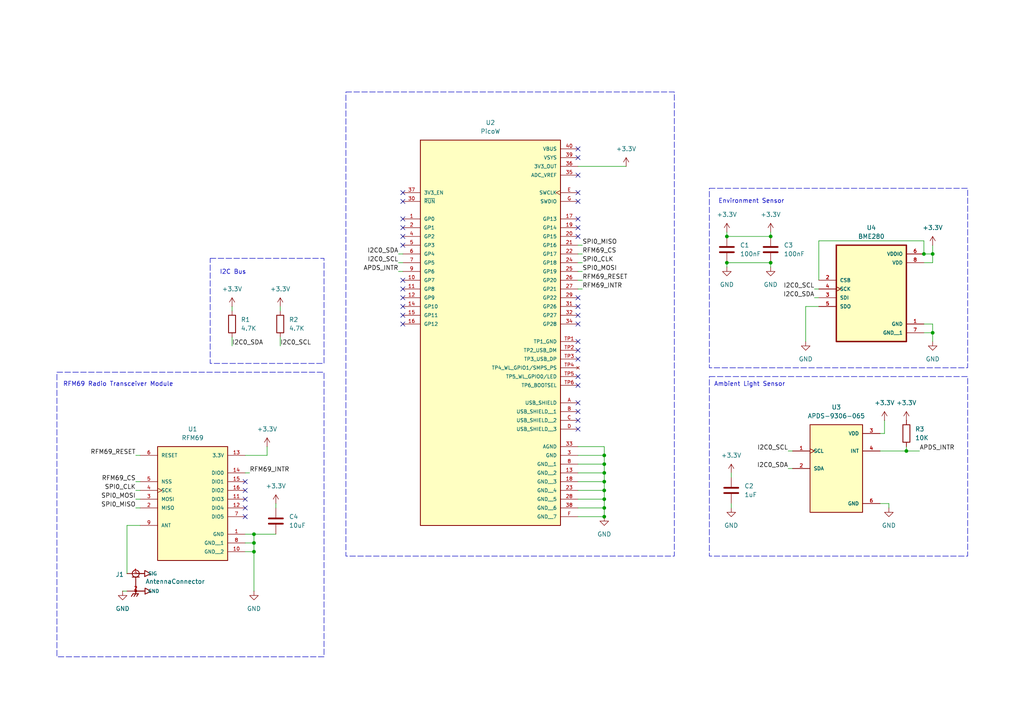
<source format=kicad_sch>
(kicad_sch (version 20231120) (generator "eeschema") (generator_version "8.0")
  (paper "A4")
  (lib_symbols
    (symbol "Device:C" (pin_numbers hide) (pin_names (offset 0.254))
      (property "Reference" "C" (at 0.635 2.54 0))
      (property "Value" "C" (at 0.635 -2.54 0))
      (symbol "C_0_1"
        (polyline (pts (xy -2.032 -0.762) (xy 2.032 -0.762)) (stroke (width 0.508)))
        (polyline (pts (xy -2.032 0.762) (xy 2.032 0.762)) (stroke (width 0.508)))
      )
      (symbol "C_1_1"
        (pin passive line (at 0 3.81 270) (length 2.794) (name "~") (number "1"))
        (pin passive line (at 0 -3.81 90) (length 2.794) (name "~") (number "2"))
      )
    )
    (symbol "Device:R" (pin_numbers hide) (pin_names (offset 0))
      (property "Reference" "R" (at 2.032 0 90))
      (property "Value" "R" (at 0 0 90))
      (symbol "R_0_1"
        (rectangle (start -1.016 -2.54) (end 1.016 2.54) (stroke (width 0.254)))
      )
      (symbol "R_1_1"
        (pin passive line (at 0 3.81 270) (length 1.27) (name "~") (number "1"))
        (pin passive line (at 0 -3.81 90) (length 1.27) (name "~") (number "2"))
      )
    )
    (symbol "Weather_Station_Receiver:APDS-9306-065" (pin_names (offset 1.016))
      (property "Reference" "U" (at -7.62 12.7 0))
      (property "Value" "APDS-9306-065" (at -7.62 -15.24 0))
      (symbol "APDS-9306-065_0_0"
        (rectangle (start -7.62 -12.7) (end 7.62 12.7) (stroke (width 0.254)) (fill (type background)))
        (pin input clock (at -12.7 5.08 0) (length 5.08) (name "SCL") (number "1"))
        (pin bidirectional line (at -12.7 0 0) (length 5.08) (name "SDA") (number "2"))
        (pin power_in line (at 12.7 10.16 180) (length 5.08) (name "VDD") (number "3"))
        (pin output line (at 12.7 5.08 180) (length 5.08) (name "INT") (number "4"))
        (pin power_in line (at 12.7 -10.16 180) (length 5.08) (name "GND") (number "6"))
      )
    )
    (symbol "Weather_Station_Receiver:AntennaConnector" (pin_names (offset 1.016))
      (property "Reference" "J" (at -3.816 4.0704 0))
      (property "Value" "AntennaConnector" (at -4.3251 -5.5971 0))
      (symbol "AntennaConnector_0_0"
        (circle (center 0 -2.54) (radius 0.254) (stroke (width 0.254)))
        (polyline (pts (xy -1.016 1.524) (xy 0 1.524)) (stroke (width 0.254)))
        (polyline (pts (xy -0.762 -3.302) (xy -1.27 -4.064)) (stroke (width 0.254)))
        (polyline (pts (xy 0 -3.302) (xy -0.762 -3.302)) (stroke (width 0.254)))
        (polyline (pts (xy 0 -3.302) (xy -0.508 -4.064)) (stroke (width 0.254)))
        (polyline (pts (xy 0 -3.302) (xy 0.762 -3.302)) (stroke (width 0.254)))
        (polyline (pts (xy 0 -2.54) (xy 0 -3.302)) (stroke (width 0.254)))
        (polyline (pts (xy 0 1.524) (xy 0 -2.54)) (stroke (width 0.254)))
        (polyline (pts (xy 0 1.524) (xy 1.016 1.524)) (stroke (width 0.254)))
        (polyline (pts (xy 0.762 -3.302) (xy 0.254 -4.064)) (stroke (width 0.254)))
        (polyline (pts (xy 2.54 -2.54) (xy 0 -2.54)) (stroke (width 0.254)))
        (polyline (pts (xy 2.54 2.54) (xy 0 2.54)) (stroke (width 0.254)))
        (polyline (pts (xy 2.6 1.7) (xy 4.3 2.5)) (stroke (width 0.254)))
        (polyline (pts (xy 2.6 3.4) (xy 2.6 1.7)) (stroke (width 0.254)))
        (polyline (pts (xy 2.7 -3.4) (xy 4.4 -2.6)) (stroke (width 0.254)))
        (polyline (pts (xy 2.7 -1.7) (xy 2.7 -3.4)) (stroke (width 0.254)))
        (polyline (pts (xy 4.3 2.5) (xy 2.7 3.4)) (stroke (width 0.254)))
        (polyline (pts (xy 4.4 -2.6) (xy 2.8 -1.7)) (stroke (width 0.254)))
        (circle (center 0 2.54) (radius 1.016) (stroke (width 0.254)))
        (pin passive line (at -2.54 2.54 0) (length 5.08) (name "SIG") (number "1"))
        (pin passive line (at -2.54 -2.54 0) (length 5.08) (name "GND") (number "2"))
      )
    )
    (symbol "Weather_Station_Receiver:BME280" (pin_names (offset 1.016))
      (property "Reference" "U" (at -10.1662 13.3431 0))
      (property "Value" "BME280" (at -10.1683 -17.7924 0))
      (symbol "BME280_0_0"
        (rectangle (start -10.16 -15.24) (end 10.16 12.7) (stroke (width 0.4064)) (fill (type background)))
        (pin power_in line (at 15.24 -10.16 180) (length 5.08) (name "GND") (number "1"))
        (pin input line (at -15.24 2.54 0) (length 5.08) (name "CSB") (number "2"))
        (pin bidirectional line (at -15.24 -2.54 0) (length 5.08) (name "SDI") (number "3"))
        (pin input clock (at -15.24 0 0) (length 5.08) (name "SCK") (number "4"))
        (pin bidirectional line (at -15.24 -5.08 0) (length 5.08) (name "SDO") (number "5"))
        (pin power_in line (at 15.24 10.16 180) (length 5.08) (name "VDDIO") (number "6"))
        (pin power_in line (at 15.24 -12.7 180) (length 5.08) (name "GND__1") (number "7"))
        (pin power_in line (at 15.24 7.62 180) (length 5.08) (name "VDD") (number "8"))
      )
    )
    (symbol "Weather_Station_Receiver:PicoW" (pin_names (offset 1.016))
      (property "Reference" "U" (at -20.32 43.942 0))
      (property "Value" "PicoW" (at -20.32 -71.12 0))
      (symbol "PicoW_0_0"
        (rectangle (start -20.32 43.18) (end 20.32 -68.58) (stroke (width 0.254)) (fill (type background)))
        (pin bidirectional line (at -25.4 20.32 0) (length 5.08) (name "GP0") (number "1"))
        (pin bidirectional line (at -25.4 2.54 0) (length 5.08) (name "GP7") (number "10"))
        (pin bidirectional line (at -25.4 0 0) (length 5.08) (name "GP8") (number "11"))
        (pin bidirectional line (at -25.4 -2.54 0) (length 5.08) (name "GP9") (number "12"))
        (pin power_in line (at 25.4 -53.34 180) (length 5.08) (name "GND__2") (number "13"))
        (pin bidirectional line (at -25.4 -5.08 0) (length 5.08) (name "GP10") (number "14"))
        (pin bidirectional line (at -25.4 -7.62 0) (length 5.08) (name "GP11") (number "15"))
        (pin bidirectional line (at -25.4 -10.16 0) (length 5.08) (name "GP12") (number "16"))
        (pin bidirectional line (at 25.4 20.32 180) (length 5.08) (name "GP13") (number "17"))
        (pin power_in line (at 25.4 -55.88 180) (length 5.08) (name "GND__3") (number "18"))
        (pin bidirectional line (at 25.4 17.78 180) (length 5.08) (name "GP14") (number "19"))
        (pin bidirectional line (at -25.4 17.78 0) (length 5.08) (name "GP1") (number "2"))
        (pin bidirectional line (at 25.4 15.24 180) (length 5.08) (name "GP15") (number "20"))
        (pin bidirectional line (at 25.4 12.7 180) (length 5.08) (name "GP16") (number "21"))
        (pin bidirectional line (at 25.4 10.16 180) (length 5.08) (name "GP17") (number "22"))
        (pin power_in line (at 25.4 -58.42 180) (length 5.08) (name "GND__4") (number "23"))
        (pin bidirectional line (at 25.4 7.62 180) (length 5.08) (name "GP18") (number "24"))
        (pin bidirectional line (at 25.4 5.08 180) (length 5.08) (name "GP19") (number "25"))
        (pin bidirectional line (at 25.4 2.54 180) (length 5.08) (name "GP20") (number "26"))
        (pin bidirectional line (at 25.4 0 180) (length 5.08) (name "GP21") (number "27"))
        (pin power_in line (at 25.4 -60.96 180) (length 5.08) (name "GND__5") (number "28"))
        (pin bidirectional line (at 25.4 -2.54 180) (length 5.08) (name "GP22") (number "29"))
        (pin power_in line (at 25.4 -48.26 180) (length 5.08) (name "GND") (number "3"))
        (pin input line (at -25.4 25.4 0) (length 5.08) (name "~{RUN}") (number "30"))
        (pin bidirectional line (at 25.4 -5.08 180) (length 5.08) (name "GP26") (number "31"))
        (pin bidirectional line (at 25.4 -7.62 180) (length 5.08) (name "GP27") (number "32"))
        (pin power_in line (at 25.4 -45.72 180) (length 5.08) (name "AGND") (number "33"))
        (pin bidirectional line (at 25.4 -10.16 180) (length 5.08) (name "GP28") (number "34"))
        (pin power_in line (at 25.4 33.02 180) (length 5.08) (name "ADC_VREF") (number "35"))
        (pin power_in line (at 25.4 35.56 180) (length 5.08) (name "3V3_OUT") (number "36"))
        (pin input line (at -25.4 27.94 0) (length 5.08) (name "3V3_EN") (number "37"))
        (pin power_in line (at 25.4 -63.5 180) (length 5.08) (name "GND__6") (number "38"))
        (pin power_in line (at 25.4 38.1 180) (length 5.08) (name "VSYS") (number "39"))
        (pin bidirectional line (at -25.4 15.24 0) (length 5.08) (name "GP2") (number "4"))
        (pin power_in line (at 25.4 40.64 180) (length 5.08) (name "VBUS") (number "40"))
        (pin bidirectional line (at -25.4 12.7 0) (length 5.08) (name "GP3") (number "5"))
        (pin bidirectional line (at -25.4 10.16 0) (length 5.08) (name "GP4") (number "6"))
        (pin bidirectional line (at -25.4 7.62 0) (length 5.08) (name "GP5") (number "7"))
        (pin power_in line (at 25.4 -50.8 180) (length 5.08) (name "GND__1") (number "8"))
        (pin bidirectional line (at -25.4 5.08 0) (length 5.08) (name "GP6") (number "9"))
        (pin power_in line (at 25.4 -33.02 180) (length 5.08) (name "USB_SHIELD") (number "A"))
        (pin power_in line (at 25.4 -35.56 180) (length 5.08) (name "USB_SHIELD__1") (number "B"))
        (pin power_in line (at 25.4 -38.1 180) (length 5.08) (name "USB_SHIELD__2") (number "C"))
        (pin power_in line (at 25.4 -40.64 180) (length 5.08) (name "USB_SHIELD__3") (number "D"))
        (pin input clock (at 25.4 27.94 180) (length 5.08) (name "SWCLK") (number "E"))
        (pin power_in line (at 25.4 -66.04 180) (length 5.08) (name "GND__7") (number "F"))
        (pin bidirectional line (at 25.4 25.4 180) (length 5.08) (name "SWDIO") (number "G"))
        (pin power_in line (at 25.4 -15.24 180) (length 5.08) (name "TP1_GND") (number "TP1"))
        (pin bidirectional line (at 25.4 -17.78 180) (length 5.08) (name "TP2_USB_DM") (number "TP2"))
        (pin bidirectional line (at 25.4 -20.32 180) (length 5.08) (name "TP3_USB_DP") (number "TP3"))
        (pin no_connect line (at 25.4 -22.86 180) (length 5.08) (name "TP4_WL_GPIO1/SMPS_PS") (number "TP4"))
        (pin output line (at 25.4 -25.4 180) (length 5.08) (name "TP5_WL_GPIO0/LED") (number "TP5"))
        (pin input line (at 25.4 -27.94 180) (length 5.08) (name "TP6_BOOTSEL") (number "TP6"))
      )
    )
    (symbol "Weather_Station_Receiver:RFM69" (pin_names (offset 1.016))
      (property "Reference" "U" (at -10.9497 13.2415 0))
      (property "Value" "RFM69" (at -10.4265 -22.1185 0))
      (symbol "RFM69_0_0"
        (rectangle (start -10.16 -20.32) (end 10.16 12.7) (stroke (width 0.254)) (fill (type background)))
        (pin power_in line (at 15.24 -12.7 180) (length 5.08) (name "GND") (number "1"))
        (pin power_in line (at 15.24 -17.78 180) (length 5.08) (name "GND__2") (number "10"))
        (pin bidirectional line (at 15.24 -2.54 180) (length 5.08) (name "DIO3") (number "11"))
        (pin bidirectional line (at 15.24 -5.08 180) (length 5.08) (name "DIO4") (number "12"))
        (pin power_in line (at 15.24 10.16 180) (length 5.08) (name "3.3V") (number "13"))
        (pin bidirectional line (at 15.24 5.08 180) (length 5.08) (name "DIO0") (number "14"))
        (pin bidirectional line (at 15.24 2.54 180) (length 5.08) (name "DIO1") (number "15"))
        (pin bidirectional line (at 15.24 0 180) (length 5.08) (name "DIO2") (number "16"))
        (pin input line (at -15.24 -5.08 0) (length 5.08) (name "MISO") (number "2"))
        (pin output line (at -15.24 -2.54 0) (length 5.08) (name "MOSI") (number "3"))
        (pin input clock (at -15.24 0 0) (length 5.08) (name "SCK") (number "4"))
        (pin input line (at -15.24 2.54 0) (length 5.08) (name "NSS") (number "5"))
        (pin bidirectional line (at -15.24 10.16 0) (length 5.08) (name "RESET") (number "6"))
        (pin bidirectional line (at 15.24 -7.62 180) (length 5.08) (name "DIO5") (number "7"))
        (pin power_in line (at 15.24 -15.24 180) (length 5.08) (name "GND__1") (number "8"))
        (pin bidirectional line (at -15.24 -10.16 0) (length 5.08) (name "ANT") (number "9"))
      )
    )
    (symbol "power:+3.3V" (power) (pin_numbers hide) (pin_names (offset 0) hide)
      (property "Value" "+3.3V" (at 0 3.556 0))
      (symbol "+3.3V_0_1"
        (polyline (pts (xy -0.762 1.27) (xy 0 2.54)))
        (polyline (pts (xy 0 0) (xy 0 2.54)))
        (polyline (pts (xy 0 2.54) (xy 0.762 1.27)))
      )
      (symbol "+3.3V_1_1"
        (pin power_in line (at 0 0 90) (length 0) (name "~") (number "1"))
      )
    )
    (symbol "power:GND" (power) (pin_numbers hide) (pin_names (offset 0) hide)
      (property "Value" "GND" (at 0 -3.81 0))
      (symbol "GND_0_1"
        (polyline (pts (xy 0 0) (xy 0 -1.27) (xy 1.27 -1.27) (xy 0 -2.54) (xy -1.27 -1.27) (xy 0 -1.27)))
      )
      (symbol "GND_1_1"
        (pin power_in line (at 0 0 270) (length 0) (name "~") (number "1"))
      )
    )
  )
  (junction (at 175.26 132.08))
  (junction (at 223.52 68.58))
  (junction (at 270.51 73.66))
  (junction (at 270.51 96.52))
  (junction (at 73.66 160.02))
  (junction (at 175.26 137.16))
  (junction (at 210.82 68.58))
  (junction (at 210.82 76.2))
  (junction (at 73.66 157.48))
  (junction (at 262.89 130.81))
  (junction (at 175.26 134.62))
  (junction (at 223.52 76.2))
  (junction (at 73.66 154.94))
  (junction (at 175.26 144.78))
  (junction (at 267.97 73.66))
  (junction (at 175.26 139.7))
  (junction (at 175.26 142.24))
  (junction (at 175.26 147.32))
  (junction (at 175.26 149.86))
  (no_connect (at 167.64 63.5))
  (no_connect (at 167.64 121.92))
  (no_connect (at 116.84 91.44))
  (no_connect (at 167.64 119.38))
  (no_connect (at 116.84 71.12))
  (no_connect (at 167.64 55.88))
  (no_connect (at 167.64 101.6))
  (no_connect (at 167.64 50.8))
  (no_connect (at 71.12 147.32))
  (no_connect (at 167.64 58.42))
  (no_connect (at 71.12 139.7))
  (no_connect (at 167.64 109.22))
  (no_connect (at 167.64 68.58))
  (no_connect (at 167.64 45.72))
  (no_connect (at 116.84 86.36))
  (no_connect (at 116.84 88.9))
  (no_connect (at 116.84 58.42))
  (no_connect (at 71.12 144.78))
  (no_connect (at 167.64 116.84))
  (no_connect (at 116.84 66.04))
  (no_connect (at 167.64 91.44))
  (no_connect (at 167.64 124.46))
  (no_connect (at 167.64 66.04))
  (no_connect (at 71.12 142.24))
  (no_connect (at 167.64 99.06))
  (no_connect (at 116.84 81.28))
  (no_connect (at 116.84 63.5))
  (no_connect (at 116.84 93.98))
  (no_connect (at 71.12 149.86))
  (no_connect (at 167.64 111.76))
  (no_connect (at 167.64 104.14))
  (no_connect (at 167.64 86.36))
  (no_connect (at 167.64 93.98))
  (no_connect (at 116.84 55.88))
  (no_connect (at 116.84 68.58))
  (no_connect (at 116.84 83.82))
  (no_connect (at 167.64 88.9))
  (no_connect (at 167.64 43.18))
  (wire (pts (xy 167.64 76.2) (xy 168.91 76.2)))
  (wire (pts (xy 167.64 78.74) (xy 168.91 78.74)))
  (wire (pts (xy 270.51 96.52) (xy 270.51 99.06)))
  (wire (pts (xy 267.97 93.98) (xy 270.51 93.98)))
  (wire (pts (xy 267.97 73.66) (xy 270.51 73.66)))
  (wire (pts (xy 270.51 76.2) (xy 270.51 73.66)))
  (wire (pts (xy 175.26 134.62) (xy 175.26 137.16)))
  (wire (pts (xy 167.64 83.82) (xy 168.91 83.82)))
  (wire (pts (xy 210.82 67.31) (xy 210.82 68.58)))
  (wire (pts (xy 71.12 137.16) (xy 72.39 137.16)))
  (wire (pts (xy 39.37 142.24) (xy 40.64 142.24)))
  (wire (pts (xy 255.27 146.05) (xy 257.81 146.05)))
  (wire (pts (xy 71.12 154.94) (xy 73.66 154.94)))
  (wire (pts (xy 256.54 121.92) (xy 256.54 125.73)))
  (wire (pts (xy 212.09 146.05) (xy 212.09 147.32)))
  (wire (pts (xy 255.27 125.73) (xy 256.54 125.73)))
  (wire (pts (xy 210.82 76.2) (xy 210.82 77.47)))
  (wire (pts (xy 77.47 132.08) (xy 77.47 129.54)))
  (wire (pts (xy 115.57 73.66) (xy 116.84 73.66)))
  (wire (pts (xy 267.97 76.2) (xy 270.51 76.2)))
  (wire (pts (xy 167.64 71.12) (xy 168.91 71.12)))
  (wire (pts (xy 262.89 129.54) (xy 262.89 130.81)))
  (wire (pts (xy 35.56 171.45) (xy 36.83 171.45)))
  (wire (pts (xy 81.28 97.79) (xy 81.28 100.33)))
  (wire (pts (xy 233.68 88.9) (xy 233.68 99.06)))
  (wire (pts (xy 167.64 137.16) (xy 175.26 137.16)))
  (wire (pts (xy 175.26 129.54) (xy 175.26 132.08)))
  (wire (pts (xy 210.82 76.2) (xy 223.52 76.2)))
  (wire (pts (xy 210.82 68.58) (xy 223.52 68.58)))
  (wire (pts (xy 167.64 144.78) (xy 175.26 144.78)))
  (wire (pts (xy 175.26 144.78) (xy 175.26 147.32)))
  (wire (pts (xy 73.66 160.02) (xy 73.66 171.45)))
  (wire (pts (xy 167.64 48.26) (xy 181.61 48.26)))
  (wire (pts (xy 262.89 130.81) (xy 266.7 130.81)))
  (wire (pts (xy 167.64 73.66) (xy 168.91 73.66)))
  (wire (pts (xy 167.64 81.28) (xy 168.91 81.28)))
  (wire (pts (xy 267.97 96.52) (xy 270.51 96.52)))
  (wire (pts (xy 73.66 154.94) (xy 80.01 154.94)))
  (wire (pts (xy 167.64 134.62) (xy 175.26 134.62)))
  (wire (pts (xy 39.37 147.32) (xy 40.64 147.32)))
  (wire (pts (xy 175.26 139.7) (xy 175.26 142.24)))
  (wire (pts (xy 236.22 86.36) (xy 237.49 86.36)))
  (wire (pts (xy 39.37 132.08) (xy 40.64 132.08)))
  (wire (pts (xy 67.31 88.9) (xy 67.31 90.17)))
  (wire (pts (xy 167.64 129.54) (xy 175.26 129.54)))
  (wire (pts (xy 267.97 69.85) (xy 267.97 73.66)))
  (wire (pts (xy 270.51 73.66) (xy 270.51 71.12)))
  (wire (pts (xy 270.51 93.98) (xy 270.51 96.52)))
  (wire (pts (xy 39.37 139.7) (xy 40.64 139.7)))
  (wire (pts (xy 115.57 78.74) (xy 116.84 78.74)))
  (wire (pts (xy 237.49 69.85) (xy 267.97 69.85)))
  (wire (pts (xy 223.52 76.2) (xy 223.52 77.47)))
  (wire (pts (xy 36.83 152.4) (xy 36.83 166.37)))
  (wire (pts (xy 167.64 149.86) (xy 175.26 149.86)))
  (wire (pts (xy 175.26 132.08) (xy 175.26 134.62)))
  (wire (pts (xy 115.57 76.2) (xy 116.84 76.2)))
  (wire (pts (xy 167.64 147.32) (xy 175.26 147.32)))
  (wire (pts (xy 73.66 154.94) (xy 73.66 157.48)))
  (wire (pts (xy 228.6 135.89) (xy 229.87 135.89)))
  (wire (pts (xy 255.27 130.81) (xy 262.89 130.81)))
  (wire (pts (xy 175.26 142.24) (xy 175.26 144.78)))
  (wire (pts (xy 67.31 97.79) (xy 67.31 100.33)))
  (wire (pts (xy 228.6 130.81) (xy 229.87 130.81)))
  (wire (pts (xy 73.66 157.48) (xy 73.66 160.02)))
  (wire (pts (xy 223.52 67.31) (xy 223.52 68.58)))
  (wire (pts (xy 167.64 139.7) (xy 175.26 139.7)))
  (wire (pts (xy 212.09 137.16) (xy 212.09 138.43)))
  (wire (pts (xy 71.12 160.02) (xy 73.66 160.02)))
  (wire (pts (xy 175.26 137.16) (xy 175.26 139.7)))
  (wire (pts (xy 39.37 144.78) (xy 40.64 144.78)))
  (wire (pts (xy 167.64 132.08) (xy 175.26 132.08)))
  (wire (pts (xy 167.64 142.24) (xy 175.26 142.24)))
  (wire (pts (xy 237.49 81.28) (xy 237.49 69.85)))
  (wire (pts (xy 81.28 88.9) (xy 81.28 90.17)))
  (wire (pts (xy 175.26 147.32) (xy 175.26 149.86)))
  (wire (pts (xy 71.12 157.48) (xy 73.66 157.48)))
  (wire (pts (xy 237.49 88.9) (xy 233.68 88.9)))
  (wire (pts (xy 236.22 83.82) (xy 237.49 83.82)))
  (wire (pts (xy 71.12 132.08) (xy 77.47 132.08)))
  (wire (pts (xy 80.01 146.05) (xy 80.01 147.32)))
  (wire (pts (xy 36.83 152.4) (xy 40.64 152.4)))
  (wire (pts (xy 257.81 146.05) (xy 257.81 147.32)))
  (rectangle (start 205.74 109.22) (end 280.67 161.29) (stroke (width 0) (type dash)))
  (rectangle (start 100.33 26.67) (end 195.58 161.29) (stroke (width 0) (type dash)))
  (rectangle (start 60.96 74.93) (end 93.98 105.41) (stroke (width 0) (type dash)))
  (rectangle (start 16.51 107.95) (end 93.98 190.5) (stroke (width 0) (type dash)))
  (rectangle (start 205.74 54.61) (end 280.67 106.68) (stroke (width 0) (type dash)))
  (text "I2C Bus" (at 67.564 78.994 0) (effects (font (size 1.27 1.27))))
  (text "RFM69 Radio Transceiver Module" (at 34.29 111.506 0) (effects (font (size 1.27 1.27))))
  (text "Environment Sensor" (at 217.932 58.42 0) (effects (font (size 1.27 1.27))))
  (text "Ambient Light Sensor" (at 217.424 111.506 0) (effects (font (size 1.27 1.27))))
  (label "I2C0_SCL" (at 228.6 130.81 180))
  (label "I2C0_SCL" (at 81.28 100.33 0))
  (label "I2C0_SCL" (at 236.22 83.82 180))
  (label "SPI0_MISO" (at 39.37 147.32 180))
  (label "RFM69_RESET" (at 39.37 132.08 180))
  (label "RFM69_RESET" (at 168.91 81.28 0))
  (label "I2C0_SDA" (at 115.57 73.66 180))
  (label "APDS_INTR" (at 115.57 78.74 180))
  (label "I2C0_SDA" (at 236.22 86.36 180))
  (label "SPI0_MISO" (at 168.91 71.12 0))
  (label "I2C0_SDA" (at 67.31 100.33 0))
  (label "RFM69_CS" (at 168.91 73.66 0))
  (label "I2C0_SCL" (at 115.57 76.2 180))
  (label "RFM69_INTR" (at 168.91 83.82 0))
  (label "RFM69_INTR" (at 72.39 137.16 0))
  (label "SPI0_CLK" (at 168.91 76.2 0))
  (label "I2C0_SDA" (at 228.6 135.89 180))
  (label "SPI0_MOSI" (at 39.37 144.78 180))
  (label "APDS_INTR" (at 266.7 130.81 0))
  (label "RFM69_CS" (at 39.37 139.7 180))
  (label "SPI0_CLK" (at 39.37 142.24 180))
  (label "SPI0_MOSI" (at 168.91 78.74 0))
  (symbol (lib_id "power:+3.3V") (at 81.28 88.9 0) (unit 1)
    (property "Reference" "#PWR05" (effects (hide yes)))
    (property "Value" "+3.3V" (at 81.28 83.82 0))
    (property "Description" "Power symbol creates a global label with name \"+3.3V\"" (effects (hide yes)))
  )
  (symbol (lib_id "power:GND") (at 73.66 171.45 0) (unit 1)
    (property "Reference" "#PWR03" (effects (hide yes)))
    (property "Value" "GND" (at 73.66 176.53 0))
    (property "Description" "Power symbol creates a global label with name \"GND\" , ground" (effects (hide yes)))
  )
  (symbol (lib_id "power:+3.3V") (at 77.47 129.54 0) (unit 1)
    (property "Reference" "#PWR04" (effects (hide yes)))
    (property "Value" "+3.3V" (at 77.47 124.46 0))
    (property "Description" "Power symbol creates a global label with name \"+3.3V\"" (effects (hide yes)))
  )
  (symbol (lib_id "Weather_Station_Receiver:RFM69") (at 55.88 142.24 0) (unit 1)
    (property "Reference" "U1" (at 55.88 124.46 0))
    (property "Value" "RFM69" (at 55.88 127 0))
    (property "Footprint" "Weather_Station_Receiver:RFM69" (effects (hide yes)))
    (property "MANUFACTURER" "SparkFun Electronics" (effects (hide yes)))
  )
  (symbol (lib_id "Device:C") (at 80.01 151.13 0) (unit 1)
    (property "Reference" "C4" (at 83.82 149.8599 0) (effects (justify left)))
    (property "Value" "10uF" (at 83.82 152.3999 0) (effects (justify left)))
    (property "Footprint" "Capacitor_SMD:C_0805_2012Metric_Pad1.18x1.45mm_HandSolder" (effects (hide yes)))
    (property "Description" "Unpolarized capacitor" (effects (hide yes)))
  )
  (symbol (lib_id "Device:R") (at 67.31 93.98 0) (unit 1)
    (property "Reference" "R1" (at 69.85 92.7099 0) (effects (justify left)))
    (property "Value" "4.7K" (at 69.85 95.2499 0) (effects (justify left)))
    (property "Footprint" "Resistor_SMD:R_0805_2012Metric_Pad1.20x1.40mm_HandSolder" (effects (hide yes)))
    (property "Description" "Resistor" (effects (hide yes)))
  )
  (symbol (lib_id "power:+3.3V") (at 223.52 67.31 0) (unit 1)
    (property "Reference" "#PWR012" (effects (hide yes)))
    (property "Value" "+3.3V" (at 223.52 62.23 0))
    (property "Description" "Power symbol creates a global label with name \"+3.3V\"" (effects (hide yes)))
  )
  (symbol (lib_id "power:GND") (at 270.51 99.06 0) (unit 1)
    (property "Reference" "#PWR019" (effects (hide yes)))
    (property "Value" "GND" (at 270.51 104.14 0))
    (property "Description" "Power symbol creates a global label with name \"GND\" , ground" (effects (hide yes)))
  )
  (symbol (lib_id "power:+3.3V") (at 256.54 121.92 0) (unit 1)
    (property "Reference" "#PWR015" (effects (hide yes)))
    (property "Value" "+3.3V" (at 256.54 116.84 0))
    (property "Description" "Power symbol creates a global label with name \"+3.3V\"" (effects (hide yes)))
  )
  (symbol (lib_id "power:+3.3V") (at 270.51 71.12 0) (unit 1)
    (property "Reference" "#PWR018" (effects (hide yes)))
    (property "Value" "+3.3V" (at 270.51 66.04 0))
    (property "Description" "Power symbol creates a global label with name \"+3.3V\"" (effects (hide yes)))
  )
  (symbol (lib_id "power:GND") (at 35.56 171.45 0) (unit 1)
    (property "Reference" "#PWR01" (effects (hide yes)))
    (property "Value" "GND" (at 35.56 176.53 0))
    (property "Description" "Power symbol creates a global label with name \"GND\" , ground" (effects (hide yes)))
  )
  (symbol (lib_id "Weather_Station_Receiver:APDS-9306-065") (at 242.57 135.89 0) (unit 1)
    (property "Reference" "U3" (at 242.57 118.11 0))
    (property "Value" "APDS-9306-065" (at 242.57 120.65 0))
    (property "Footprint" "Weather_Station_Receiver:LightSensor" (effects (hide yes)))
    (property "MANUFACTURER" "AVAGO TECHNOLOGIES" (effects (hide yes)))
    (property "STANDARD" "IPC-7351B" (effects (hide yes)))
  )
  (symbol (lib_id "power:+3.3V") (at 181.61 48.26 0) (unit 1)
    (property "Reference" "#PWR07" (effects (hide yes)))
    (property "Value" "+3.3V" (at 181.61 43.18 0))
    (property "Description" "Power symbol creates a global label with name \"+3.3V\"" (effects (hide yes)))
  )
  (symbol (lib_id "Weather_Station_Receiver:PicoW") (at 142.24 83.82 0) (unit 1)
    (property "Reference" "U2" (at 142.24 35.56 0))
    (property "Value" "PicoW" (at 142.24 38.1 0))
    (property "Footprint" "Weather_Station_Receiver:Pico_SMD_Headers" (effects (hide yes)))
    (property "PARTREV" "2.1" (effects (hide yes)))
    (property "STANDARD" "Manufacturer Recommendations" (effects (hide yes)))
    (property "MAXIMUM_PACKAGE_HEIGHT" "3.6mm" (effects (hide yes)))
    (property "MANUFACTURER" "Raspberry Pi" (effects (hide yes)))
  )
  (symbol (lib_id "Device:C") (at 212.09 142.24 0) (unit 1)
    (property "Reference" "C2" (at 215.9 140.9699 0) (effects (justify left)))
    (property "Value" "1uF" (at 215.9 143.5099 0) (effects (justify left)))
    (property "Footprint" "Capacitor_SMD:C_0805_2012Metric_Pad1.18x1.45mm_HandSolder" (effects (hide yes)))
    (property "Description" "Unpolarized capacitor" (effects (hide yes)))
  )
  (symbol (lib_id "Device:C") (at 223.52 72.39 0) (unit 1)
    (property "Reference" "C3" (at 227.33 71.1199 0) (effects (justify left)))
    (property "Value" "100nF" (at 227.33 73.6599 0) (effects (justify left)))
    (property "Footprint" "Capacitor_SMD:C_0805_2012Metric_Pad1.18x1.45mm_HandSolder" (effects (hide yes)))
    (property "Description" "Unpolarized capacitor" (effects (hide yes)))
  )
  (symbol (lib_id "power:+3.3V") (at 67.31 88.9 0) (unit 1)
    (property "Reference" "#PWR02" (effects (hide yes)))
    (property "Value" "+3.3V" (at 67.31 83.82 0))
    (property "Description" "Power symbol creates a global label with name \"+3.3V\"" (effects (hide yes)))
  )
  (symbol (lib_id "Device:C") (at 210.82 72.39 0) (unit 1)
    (property "Reference" "C1" (at 214.63 71.1199 0) (effects (justify left)))
    (property "Value" "100nF" (at 214.63 73.6599 0) (effects (justify left)))
    (property "Footprint" "Capacitor_SMD:C_0805_2012Metric_Pad1.18x1.45mm_HandSolder" (effects (hide yes)))
    (property "Description" "Unpolarized capacitor" (effects (hide yes)))
  )
  (symbol (lib_id "power:GND") (at 257.81 147.32 0) (unit 1)
    (property "Reference" "#PWR016" (effects (hide yes)))
    (property "Value" "GND" (at 257.81 152.4 0))
    (property "Description" "Power symbol creates a global label with name \"GND\" , ground" (effects (hide yes)))
  )
  (symbol (lib_id "power:GND") (at 210.82 77.47 0) (unit 1)
    (property "Reference" "#PWR09" (effects (hide yes)))
    (property "Value" "GND" (at 210.82 82.55 0))
    (property "Description" "Power symbol creates a global label with name \"GND\" , ground" (effects (hide yes)))
  )
  (symbol (lib_id "power:GND") (at 233.68 99.06 0) (unit 1)
    (property "Reference" "#PWR014" (effects (hide yes)))
    (property "Value" "GND" (at 233.68 104.14 0))
    (property "Description" "Power symbol creates a global label with name \"GND\" , ground" (effects (hide yes)))
  )
  (symbol (lib_id "power:GND") (at 223.52 77.47 0) (unit 1)
    (property "Reference" "#PWR013" (effects (hide yes)))
    (property "Value" "GND" (at 223.52 82.55 0))
    (property "Description" "Power symbol creates a global label with name \"GND\" , ground" (effects (hide yes)))
  )
  (symbol (lib_id "power:GND") (at 212.09 147.32 0) (unit 1)
    (property "Reference" "#PWR011" (effects (hide yes)))
    (property "Value" "GND" (at 212.09 152.4 0))
    (property "Description" "Power symbol creates a global label with name \"GND\" , ground" (effects (hide yes)))
  )
  (symbol (lib_id "power:GND") (at 175.26 149.86 0) (unit 1)
    (property "Reference" "#PWR06" (effects (hide yes)))
    (property "Value" "GND" (at 175.26 154.94 0))
    (property "Description" "Power symbol creates a global label with name \"GND\" , ground" (effects (hide yes)))
  )
  (symbol (lib_id "power:+3.3V") (at 210.82 67.31 0) (unit 1)
    (property "Reference" "#PWR08" (effects (hide yes)))
    (property "Value" "+3.3V" (at 210.82 62.23 0))
    (property "Description" "Power symbol creates a global label with name \"+3.3V\"" (effects (hide yes)))
  )
  (symbol (lib_id "Weather_Station_Receiver:BME280") (at 252.73 83.82 0) (unit 1)
    (property "Reference" "U4" (at 252.73 66.04 0))
    (property "Value" "BME280" (at 252.73 68.58 0))
    (property "Footprint" "Weather_Station_Receiver:BME280" (effects (hide yes)))
    (property "Description" "Integrated pressure, humidity and temperature sensor; 8-pin 2.5x2.5x0.93mm LGA" (effects (hide yes)))
    (property "MF" "Bosch" (effects (hide yes)))
    (property "PACKAGE" "LGA-8 Bosch" (effects (hide yes)))
    (property "PRICE" "4.94 USD" (effects (hide yes)))
    (property "STANDARD" "IPC-7351B" (effects (hide yes)))
    (property "MP" "BME280" (effects (hide yes)))
    (property "AVAILABILITY" "Good" (effects (hide yes)))
  )
  (symbol (lib_id "Weather_Station_Receiver:AntennaConnector") (at 39.37 168.91 0) (unit 1)
    (property "Reference" "J1" (at 33.528 166.624 0) (effects (justify left)))
    (property "Value" "AntennaConnector" (at 42.164 168.656 0) (effects (justify left)))
    (property "Footprint" "Weather_Station_Receiver:AntennaConnector" (effects (hide yes)))
    (property "PARTREV" "B2" (effects (hide yes)))
    (property "STANDARD" "Manufacturer recommendations" (effects (hide yes)))
    (property "MANUFACTURER" "TE Connectivity" (effects (hide yes)))
  )
  (symbol (lib_id "Device:R") (at 262.89 125.73 0) (unit 1)
    (property "Reference" "R3" (at 265.43 124.4599 0) (effects (justify left)))
    (property "Value" "10K" (at 265.43 126.9999 0) (effects (justify left)))
    (property "Footprint" "Resistor_SMD:R_0805_2012Metric_Pad1.20x1.40mm_HandSolder" (effects (hide yes)))
    (property "Description" "Resistor" (effects (hide yes)))
  )
  (symbol (lib_id "power:+3.3V") (at 262.89 121.92 0) (unit 1)
    (property "Reference" "#PWR017" (effects (hide yes)))
    (property "Value" "+3.3V" (at 262.89 116.84 0))
    (property "Description" "Power symbol creates a global label with name \"+3.3V\"" (effects (hide yes)))
  )
  (symbol (lib_id "power:+3.3V") (at 80.01 146.05 0) (unit 1)
    (property "Reference" "#PWR020" (effects (hide yes)))
    (property "Value" "+3.3V" (at 80.01 140.97 0))
    (property "Description" "Power symbol creates a global label with name \"+3.3V\"" (effects (hide yes)))
  )
  (symbol (lib_id "Device:R") (at 81.28 93.98 0) (unit 1)
    (property "Reference" "R2" (at 83.82 92.7099 0) (effects (justify left)))
    (property "Value" "4.7K" (at 83.82 95.2499 0) (effects (justify left)))
    (property "Footprint" "Resistor_SMD:R_0805_2012Metric_Pad1.20x1.40mm_HandSolder" (effects (hide yes)))
    (property "Description" "Resistor" (effects (hide yes)))
  )
  (symbol (lib_id "power:+3.3V") (at 212.09 137.16 0) (unit 1)
    (property "Reference" "#PWR010" (effects (hide yes)))
    (property "Value" "+3.3V" (at 212.09 132.08 0))
    (property "Description" "Power symbol creates a global label with name \"+3.3V\"" (effects (hide yes)))
  )
)
</source>
